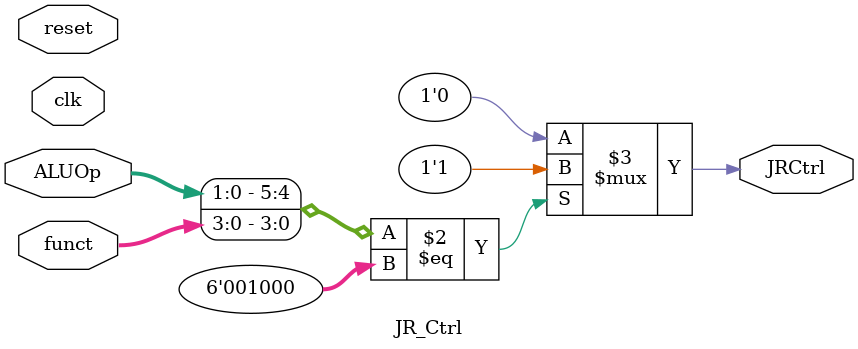
<source format=v>
module ALUCtrl(   
    input clk, reset,
    input [1:0] ALUOp,  
    input [5:0] funct,
    output reg[3:0] ALU_Ctrl  
    );
     wire [7:0] ALUCtrl_In;  
     assign ALUCtrl_In = {ALUOp, funct};  
     always @(*)  
         casex (ALUCtrl_In)  
              8'b00xxxxxx: ALU_Ctrl=4'b0010; // lw/sw  
              8'b01xxxxxx: ALU_Ctrl=4'b0110; // Branch 
              8'b11xxxxxx: ALU_Ctrl=4'b0010; // ADDI 
              8'b10100000: ALU_Ctrl=4'b0010; // ADD 
              8'b10100010: ALU_Ctrl=4'b0110; // SUB  
              8'b10100100: ALU_Ctrl=4'b0000; // AND
              8'b10100101: ALU_Ctrl=4'b0001; // OR
              8'b10101010: ALU_Ctrl=4'b0111; // SLT
              default: ALU_Ctrl=4'b0010;  
          endcase  
 endmodule  

module JR_Ctrl( // Jump Register Control
    input clk, reset,
    input[1:0] ALUOp, 
    input [3:0] funct,
    output reg JRCtrl
    );
    always @(*) 
        JRCtrl = ({ALUOp, funct}==8'b00001000) ? 1'b1 : 1'b0;
     
 endmodule

</source>
